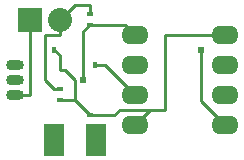
<source format=gbr>
%TF.GenerationSoftware,KiCad,Pcbnew,(2015-09-17 BZR 6202)-product*%
%TF.CreationDate,2015-09-24T15:53:46+01:00*%
%TF.JobID,Atomizer,41746F6D697A65722E6B696361645F70,rev?*%
%TF.FileFunction,Copper,L1,Top,Signal*%
%FSLAX46Y46*%
G04 Gerber Fmt 4.6, Leading zero omitted, Abs format (unit mm)*
G04 Created by KiCad (PCBNEW (2015-09-17 BZR 6202)-product) date Thursday, 24 September 2015 15:53:46*
%MOMM*%
G01*
G04 APERTURE LIST*
%ADD10C,0.100000*%
%ADD11R,0.600000X0.500000*%
%ADD12R,1.778000X2.794000*%
%ADD13R,0.400000X0.600000*%
%ADD14R,0.600000X0.400000*%
%ADD15O,2.300000X1.600000*%
%ADD16R,2.032000X2.032000*%
%ADD17O,2.032000X2.032000*%
%ADD18O,1.501140X0.899160*%
%ADD19C,0.250000*%
G04 APERTURE END LIST*
D10*
D11*
X175810000Y-110490000D03*
X165820000Y-113030000D03*
D12*
X163322000Y-118110000D03*
X166878000Y-118110000D03*
D13*
X166820000Y-111760000D03*
D14*
X166370000Y-116020000D03*
X163830000Y-114750000D03*
X163830000Y-113850000D03*
X166370000Y-107500000D03*
X166370000Y-108400000D03*
D13*
X163380000Y-110490000D03*
D15*
X170180000Y-109220000D03*
X170180000Y-111760000D03*
X170180000Y-114300000D03*
X170180000Y-116840000D03*
X177800000Y-116840000D03*
X177800000Y-114300000D03*
X177800000Y-111760000D03*
X177800000Y-109220000D03*
D16*
X161290000Y-107950000D03*
D17*
X163830000Y-107950000D03*
D18*
X160020000Y-113030000D03*
X160020000Y-114300000D03*
X160020000Y-111760000D03*
D19*
X175810000Y-110490000D02*
X175810000Y-114850000D01*
X175810000Y-114850000D02*
X177800000Y-116840000D01*
X165820000Y-113030000D02*
X165820000Y-108950000D01*
X165820000Y-108950000D02*
X166370000Y-108400000D01*
X166370000Y-108400000D02*
X169360000Y-108400000D01*
X169360000Y-108400000D02*
X170180000Y-109220000D01*
X172720000Y-113030000D02*
X172720000Y-109220000D01*
X171450000Y-115570000D02*
X172720000Y-115570000D01*
X172720000Y-113030000D02*
X172720000Y-115570000D01*
X172720000Y-109220000D02*
X177800000Y-109220000D01*
X163830000Y-112210000D02*
X163830000Y-110940000D01*
X165100000Y-114300000D02*
X165100000Y-113030000D01*
X165100000Y-113030000D02*
X164280000Y-112210000D01*
X164280000Y-112210000D02*
X163830000Y-112210000D01*
X165100000Y-114750000D02*
X165100000Y-114300000D01*
X163830000Y-110940000D02*
X163380000Y-110490000D01*
X163830000Y-114750000D02*
X165100000Y-114750000D01*
X165100000Y-114750000D02*
X166370000Y-116020000D01*
X166370000Y-116020000D02*
X168460000Y-116020000D01*
X168910000Y-115570000D02*
X171450000Y-115570000D01*
X168460000Y-116020000D02*
X168910000Y-115570000D01*
X177800000Y-109220000D02*
X176530000Y-109220000D01*
X171450000Y-115570000D02*
X170180000Y-116840000D01*
X160020000Y-114300000D02*
X161290000Y-114300000D01*
X161290000Y-114300000D02*
X161290000Y-107950000D01*
X162560000Y-110490000D02*
X162560000Y-109220000D01*
X163830000Y-107950000D02*
X163830000Y-109220000D01*
X163380000Y-113850000D02*
X162560000Y-113030000D01*
X162560000Y-113030000D02*
X162560000Y-110490000D01*
X163380000Y-113850000D02*
X163830000Y-113850000D01*
X162560000Y-109220000D02*
X163830000Y-109220000D01*
X163830000Y-107950000D02*
X165100000Y-106680000D01*
X163830000Y-107950000D02*
X165100000Y-106680000D01*
X166370000Y-106680000D02*
X166370000Y-107500000D01*
X165100000Y-106680000D02*
X166370000Y-106680000D01*
X166820000Y-111760000D02*
X167640000Y-111760000D01*
X167640000Y-111760000D02*
X170180000Y-114300000D01*
M02*

</source>
